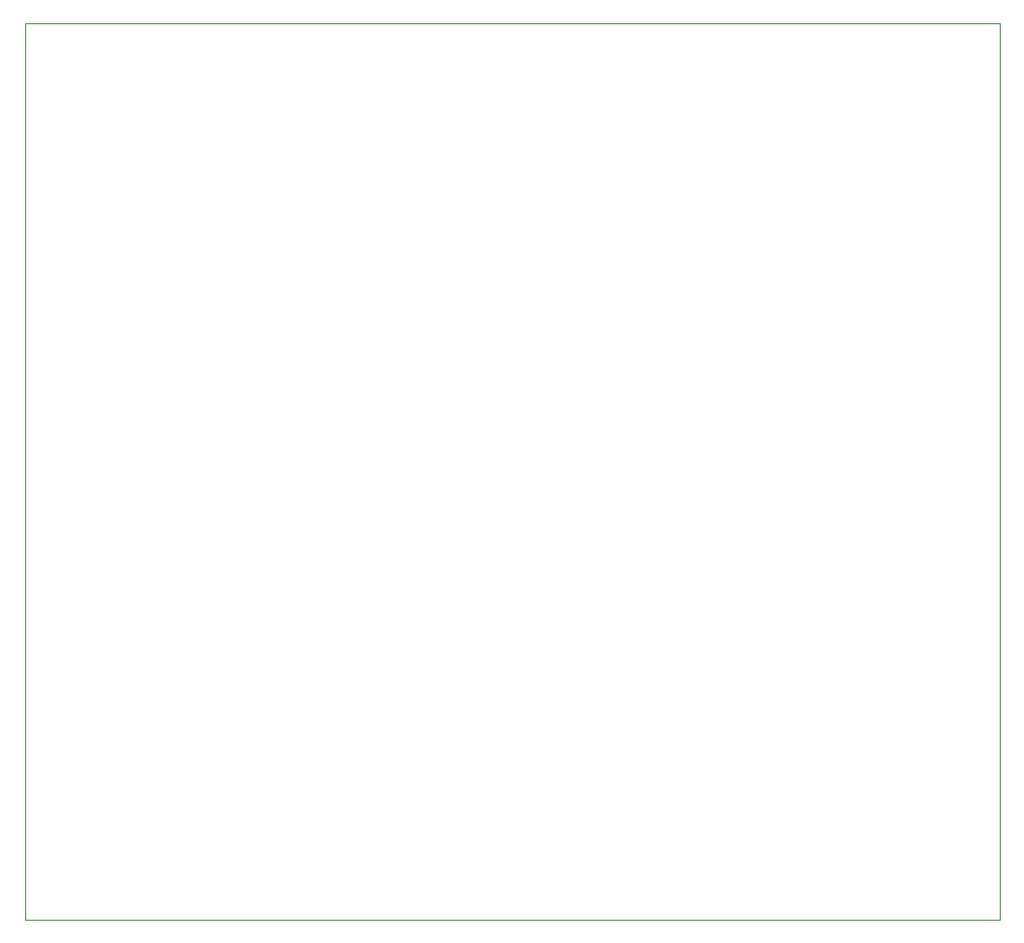
<source format=gbr>
G04 (created by PCBNEW (2013-07-07 BZR 4022)-stable) date 13/10/2015 02:33:16 p.m.*
%MOIN*%
G04 Gerber Fmt 3.4, Leading zero omitted, Abs format*
%FSLAX34Y34*%
G01*
G70*
G90*
G04 APERTURE LIST*
%ADD10C,0.00590551*%
%ADD11C,0.00393701*%
G04 APERTURE END LIST*
G54D10*
G54D11*
X111100Y-26100D02*
X111100Y-26050D01*
X110950Y-26050D02*
X111100Y-26050D01*
X111100Y-56900D02*
X111100Y-26050D01*
X77600Y-56900D02*
X111100Y-56900D01*
X77600Y-26050D02*
X77600Y-56900D01*
X77750Y-26050D02*
X77600Y-26050D01*
X77750Y-26050D02*
X111000Y-26050D01*
M02*

</source>
